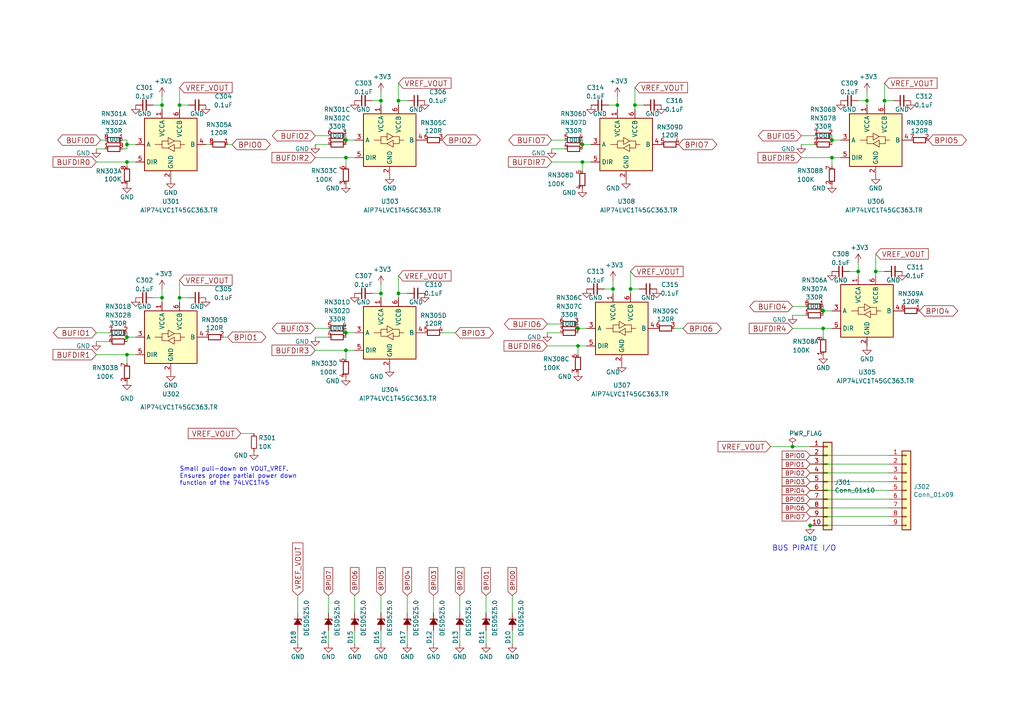
<source format=kicad_sch>
(kicad_sch (version 20231120) (generator "eeschema") (generator_version "8.0")
  (paper "A4")
  (junction (at 167.64 100.33))
  (junction (at 254 78.74))
  (junction (at 100.33 40.64))
  (junction (at 52.07 30.48))
  (junction (at 115.57 29.21))
  (junction (at 36.83 41.91))
  (junction (at 52.07 86.36))
  (junction (at 115.57 85.09))
  (junction (at 248.92 78.74))
  (junction (at 46.99 30.48))
  (junction (at 36.83 46.99))
  (junction (at 100.33 96.52))
  (junction (at 168.91 41.91))
  (junction (at 241.3 40.64))
  (junction (at 234.95 152.4))
  (junction (at 36.83 102.87))
  (junction (at 238.76 95.25))
  (junction (at 179.07 30.48))
  (junction (at 182.88 83.82))
  (junction (at 168.91 46.99))
  (junction (at 36.83 97.79))
  (junction (at 110.49 85.09))
  (junction (at 241.3 45.72))
  (junction (at 167.64 95.25))
  (junction (at 110.49 29.21))
  (junction (at 184.15 30.48))
  (junction (at 229.87 129.54))
  (junction (at 238.76 90.17))
  (junction (at 256.54 29.21))
  (junction (at 100.33 101.6))
  (junction (at 46.99 86.36))
  (junction (at 177.8 83.82))
  (junction (at 251.46 29.21))
  (junction (at 100.33 45.72))
  (wire (pts (xy 236.22 41.91) (xy 232.41 41.91)))
  (wire (pts (xy 110.49 30.48) (xy 110.49 29.21)))
  (wire (pts (xy 148.59 172.72) (xy 148.59 177.8)))
  (wire (pts (xy 259.08 29.21) (xy 256.54 29.21)))
  (wire (pts (xy 234.95 149.86) (xy 257.81 149.86)))
  (wire (pts (xy 39.37 97.79) (xy 36.83 97.79)))
  (wire (pts (xy 52.07 81.28) (xy 52.07 86.36)))
  (wire (pts (xy 257.81 132.08) (xy 234.95 132.08)))
  (wire (pts (xy 36.83 102.87) (xy 27.94 102.87)))
  (wire (pts (xy 241.3 45.72) (xy 241.3 48.26)))
  (wire (pts (xy 176.53 30.48) (xy 179.07 30.48)))
  (wire (pts (xy 36.83 99.06) (xy 36.83 97.79)))
  (wire (pts (xy 170.18 100.33) (xy 167.64 100.33)))
  (wire (pts (xy 66.04 41.91) (xy 67.31 41.91)))
  (wire (pts (xy 238.76 90.17) (xy 238.76 88.9)))
  (wire (pts (xy 125.73 182.88) (xy 125.73 186.69)))
  (wire (pts (xy 163.83 40.64) (xy 160.02 40.64)))
  (wire (pts (xy 162.56 96.52) (xy 158.75 96.52)))
  (wire (pts (xy 100.33 45.72) (xy 100.33 48.26)))
  (wire (pts (xy 100.33 45.72) (xy 91.44 45.72)))
  (wire (pts (xy 241.3 95.25) (xy 238.76 95.25)))
  (wire (pts (xy 234.95 144.78) (xy 257.81 144.78)))
  (wire (pts (xy 52.07 31.75) (xy 52.07 30.48)))
  (wire (pts (xy 246.38 78.74) (xy 248.92 78.74)))
  (wire (pts (xy 168.91 46.99) (xy 168.91 49.53)))
  (wire (pts (xy 110.49 29.21) (xy 110.49 26.67)))
  (wire (pts (xy 167.64 100.33) (xy 167.64 102.87)))
  (wire (pts (xy 54.61 30.48) (xy 52.07 30.48)))
  (wire (pts (xy 177.8 83.82) (xy 177.8 81.28)))
  (wire (pts (xy 46.99 31.75) (xy 46.99 30.48)))
  (wire (pts (xy 95.25 95.25) (xy 91.44 95.25)))
  (wire (pts (xy 36.83 97.79) (xy 36.83 96.52)))
  (wire (pts (xy 241.3 41.91) (xy 241.3 40.64)))
  (wire (pts (xy 168.91 46.99) (xy 160.02 46.99)))
  (wire (pts (xy 236.22 39.37) (xy 232.41 39.37)))
  (wire (pts (xy 118.11 85.09) (xy 115.57 85.09)))
  (wire (pts (xy 238.76 91.44) (xy 238.76 90.17)))
  (wire (pts (xy 171.45 46.99) (xy 168.91 46.99)))
  (wire (pts (xy 170.18 95.25) (xy 167.64 95.25)))
  (wire (pts (xy 36.83 48.26) (xy 36.83 46.99)))
  (wire (pts (xy 115.57 86.36) (xy 115.57 85.09)))
  (wire (pts (xy 175.26 83.82) (xy 177.8 83.82)))
  (wire (pts (xy 233.68 88.9) (xy 229.87 88.9)))
  (wire (pts (xy 148.59 182.88) (xy 148.59 186.69)))
  (wire (pts (xy 54.61 86.36) (xy 52.07 86.36)))
  (wire (pts (xy 128.27 96.52) (xy 132.08 96.52)))
  (wire (pts (xy 115.57 30.48) (xy 115.57 29.21)))
  (wire (pts (xy 248.92 78.74) (xy 248.92 76.2)))
  (wire (pts (xy 115.57 80.01) (xy 115.57 85.09)))
  (wire (pts (xy 179.07 30.48) (xy 179.07 27.94)))
  (wire (pts (xy 44.45 30.48) (xy 46.99 30.48)))
  (wire (pts (xy 162.56 93.98) (xy 158.75 93.98)))
  (wire (pts (xy 36.83 43.18) (xy 35.56 43.18)))
  (wire (pts (xy 243.84 40.64) (xy 241.3 40.64)))
  (wire (pts (xy 100.33 101.6) (xy 91.44 101.6)))
  (wire (pts (xy 31.75 96.52) (xy 27.94 96.52)))
  (wire (pts (xy 243.84 45.72) (xy 241.3 45.72)))
  (wire (pts (xy 69.85 125.73) (xy 73.66 125.73)))
  (wire (pts (xy 102.87 40.64) (xy 100.33 40.64)))
  (wire (pts (xy 46.99 87.63) (xy 46.99 86.36)))
  (wire (pts (xy 39.37 102.87) (xy 36.83 102.87)))
  (wire (pts (xy 60.96 41.91) (xy 59.69 41.91)))
  (wire (pts (xy 86.36 172.72) (xy 86.36 177.8)))
  (wire (pts (xy 125.73 172.72) (xy 125.73 177.8)))
  (wire (pts (xy 177.8 85.09) (xy 177.8 83.82)))
  (wire (pts (xy 118.11 29.21) (xy 115.57 29.21)))
  (wire (pts (xy 140.97 182.88) (xy 140.97 186.69)))
  (wire (pts (xy 95.25 39.37) (xy 91.44 39.37)))
  (wire (pts (xy 110.49 86.36) (xy 110.49 85.09)))
  (wire (pts (xy 66.04 97.79) (xy 64.77 97.79)))
  (wire (pts (xy 171.45 41.91) (xy 168.91 41.91)))
  (wire (pts (xy 179.07 31.75) (xy 179.07 30.48)))
  (wire (pts (xy 118.11 182.88) (xy 118.11 186.69)))
  (wire (pts (xy 115.57 24.13) (xy 115.57 29.21)))
  (wire (pts (xy 223.52 129.54) (xy 229.87 129.54)))
  (wire (pts (xy 233.68 91.44) (xy 229.87 91.44)))
  (wire (pts (xy 102.87 182.88) (xy 102.87 186.69)))
  (wire (pts (xy 27.94 46.99) (xy 36.83 46.99)))
  (wire (pts (xy 30.48 40.64) (xy 29.21 40.64)))
  (wire (pts (xy 95.25 97.79) (xy 91.44 97.79)))
  (wire (pts (xy 234.95 152.4) (xy 257.81 152.4)))
  (wire (pts (xy 168.91 41.91) (xy 168.91 40.64)))
  (wire (pts (xy 95.25 172.72) (xy 95.25 177.8)))
  (wire (pts (xy 140.97 172.72) (xy 140.97 177.8)))
  (wire (pts (xy 241.3 45.72) (xy 232.41 45.72)))
  (wire (pts (xy 251.46 30.48) (xy 251.46 29.21)))
  (wire (pts (xy 107.95 85.09) (xy 110.49 85.09)))
  (wire (pts (xy 118.11 172.72) (xy 118.11 177.8)))
  (wire (pts (xy 100.33 41.91) (xy 100.33 40.64)))
  (wire (pts (xy 36.83 40.64) (xy 35.56 40.64)))
  (wire (pts (xy 102.87 45.72) (xy 100.33 45.72)))
  (wire (pts (xy 163.83 43.18) (xy 160.02 43.18)))
  (wire (pts (xy 198.12 95.25) (xy 195.58 95.25)))
  (wire (pts (xy 234.95 139.7) (xy 257.81 139.7)))
  (wire (pts (xy 27.94 43.18) (xy 30.48 43.18)))
  (wire (pts (xy 100.33 40.64) (xy 100.33 39.37)))
  (wire (pts (xy 241.3 90.17) (xy 238.76 90.17)))
  (wire (pts (xy 256.54 78.74) (xy 254 78.74)))
  (wire (pts (xy 251.46 29.21) (xy 251.46 26.67)))
  (wire (pts (xy 234.95 137.16) (xy 257.81 137.16)))
  (wire (pts (xy 110.49 182.88) (xy 110.49 186.69)))
  (wire (pts (xy 100.33 96.52) (xy 100.33 95.25)))
  (wire (pts (xy 133.35 172.72) (xy 133.35 177.8)))
  (wire (pts (xy 31.75 99.06) (xy 27.94 99.06)))
  (wire (pts (xy 167.64 96.52) (xy 167.64 95.25)))
  (wire (pts (xy 168.91 43.18) (xy 168.91 41.91)))
  (wire (pts (xy 52.07 87.63) (xy 52.07 86.36)))
  (wire (pts (xy 256.54 24.13) (xy 256.54 29.21)))
  (wire (pts (xy 182.88 78.74) (xy 182.88 83.82)))
  (wire (pts (xy 185.42 83.82) (xy 182.88 83.82)))
  (wire (pts (xy 52.07 25.4) (xy 52.07 30.48)))
  (wire (pts (xy 167.64 100.33) (xy 158.75 100.33)))
  (wire (pts (xy 46.99 86.36) (xy 46.99 83.82)))
  (wire (pts (xy 36.83 102.87) (xy 36.83 105.41)))
  (wire (pts (xy 248.92 80.01) (xy 248.92 78.74)))
  (wire (pts (xy 238.76 95.25) (xy 229.87 95.25)))
  (wire (pts (xy 36.83 43.18) (xy 36.83 41.91)))
  (wire (pts (xy 238.76 95.25) (xy 238.76 97.79)))
  (wire (pts (xy 46.99 30.48) (xy 46.99 27.94)))
  (wire (pts (xy 100.33 101.6) (xy 100.33 104.14)))
  (wire (pts (xy 254 73.66) (xy 254 78.74)))
  (wire (pts (xy 95.25 41.91) (xy 91.44 41.91)))
  (wire (pts (xy 102.87 172.72) (xy 102.87 177.8)))
  (wire (pts (xy 102.87 96.52) (xy 100.33 96.52)))
  (wire (pts (xy 241.3 40.64) (xy 241.3 39.37)))
  (wire (pts (xy 36.83 41.91) (xy 36.83 40.64)))
  (wire (pts (xy 229.87 129.54) (xy 234.95 129.54)))
  (wire (pts (xy 44.45 86.36) (xy 46.99 86.36)))
  (wire (pts (xy 100.33 97.79) (xy 100.33 96.52)))
  (wire (pts (xy 133.35 182.88) (xy 133.35 186.69)))
  (wire (pts (xy 167.64 95.25) (xy 167.64 93.98)))
  (wire (pts (xy 234.95 142.24) (xy 257.81 142.24)))
  (wire (pts (xy 95.25 182.88) (xy 95.25 186.69)))
  (wire (pts (xy 186.69 30.48) (xy 184.15 30.48)))
  (wire (pts (xy 184.15 25.4) (xy 184.15 30.48)))
  (wire (pts (xy 234.95 147.32) (xy 257.81 147.32)))
  (wire (pts (xy 234.95 134.62) (xy 257.81 134.62)))
  (wire (pts (xy 107.95 29.21) (xy 110.49 29.21)))
  (wire (pts (xy 248.92 29.21) (xy 251.46 29.21)))
  (wire (pts (xy 184.15 31.75) (xy 184.15 30.48)))
  (wire (pts (xy 102.87 101.6) (xy 100.33 101.6)))
  (wire (pts (xy 256.54 30.48) (xy 256.54 29.21)))
  (wire (pts (xy 36.83 46.99) (xy 39.37 46.99)))
  (wire (pts (xy 182.88 85.09) (xy 182.88 83.82)))
  (wire (pts (xy 39.37 41.91) (xy 36.83 41.91)))
  (wire (pts (xy 110.49 172.72) (xy 110.49 177.8)))
  (wire (pts (xy 86.36 182.88) (xy 86.36 186.69)))
  (wire (pts (xy 254 80.01) (xy 254 78.74)))
  (wire (pts (xy 110.49 85.09) (xy 110.49 82.55)))
  (text "Small pull-down on VOUT_VREF.\nEnsures proper partial power down \nfunction of the 74LVC1T45" (at 52.07 140.97 0) (effects (font (size 1.27 1.27)) (justify left bottom)))
  (text "BUS PIRATE I/O" (at 242.57 160.02 0) (effects (font (size 1.524 1.524)) (justify right bottom)))
  (global_label "BPIO2" (shape input) (at 133.35 172.72 90) (property "Intersheetrefs" "${INTERSHEET_REFS}" (effects (hide yes))))
  (global_label "BPIO1" (shape input) (at 140.97 172.72 90) (property "Intersheetrefs" "${INTERSHEET_REFS}" (effects (hide yes))))
  (global_label "BPIO2" (shape bidirectional) (at 128.27 40.64 0) (effects (font (size 1.524 1.524))) (property "Intersheetrefs" "${INTERSHEET_REFS}" (effects (hide yes))))
  (global_label "BPIO0" (shape bidirectional) (at 67.31 41.91 0) (effects (font (size 1.524 1.524))) (property "Intersheetrefs" "${INTERSHEET_REFS}" (effects (hide yes))))
  (global_label "BPIO7" (shape bidirectional) (at 196.85 41.91 0) (effects (font (size 1.524 1.524))) (property "Intersheetrefs" "${INTERSHEET_REFS}" (effects (hide yes))))
  (global_label "BUFDIR0" (shape input) (at 27.94 46.99 180) (effects (font (size 1.524 1.524))) (property "Intersheetrefs" "${INTERSHEET_REFS}" (effects (hide yes))))
  (global_label "BUFIO5" (shape bidirectional) (at 232.41 39.37 180) (effects (font (size 1.524 1.524))) (property "Intersheetrefs" "${INTERSHEET_REFS}" (effects (hide yes))))
  (global_label "BUFIO3" (shape bidirectional) (at 91.44 95.25 180) (effects (font (size 1.524 1.524))) (property "Intersheetrefs" "${INTERSHEET_REFS}" (effects (hide yes))))
  (global_label "VREF_VOUT" (shape input) (at 223.52 129.54 180) (effects (font (size 1.524 1.524))) (property "Intersheetrefs" "${INTERSHEET_REFS}" (effects (hide yes))))
  (global_label "BUFDIR4" (shape input) (at 229.87 95.25 180) (effects (font (size 1.524 1.524))) (property "Intersheetrefs" "${INTERSHEET_REFS}" (effects (hide yes))))
  (global_label "BUFIO0" (shape bidirectional) (at 29.21 40.64 180) (effects (font (size 1.524 1.524))) (property "Intersheetrefs" "${INTERSHEET_REFS}" (effects (hide yes))))
  (global_label "VREF_VOUT" (shape input) (at 115.57 80.01 0) (effects (font (size 1.524 1.524))) (property "Intersheetrefs" "${INTERSHEET_REFS}" (effects (hide yes))))
  (global_label "BUFIO2" (shape bidirectional) (at 91.44 39.37 180) (effects (font (size 1.524 1.524))) (property "Intersheetrefs" "${INTERSHEET_REFS}" (effects (hide yes))))
  (global_label "BUFDIR3" (shape input) (at 91.44 101.6 180) (effects (font (size 1.524 1.524))) (property "Intersheetrefs" "${INTERSHEET_REFS}" (effects (hide yes))))
  (global_label "BUFIO4" (shape bidirectional) (at 229.87 88.9 180) (effects (font (size 1.524 1.524))) (property "Intersheetrefs" "${INTERSHEET_REFS}" (effects (hide yes))))
  (global_label "BPIO5" (shape bidirectional) (at 269.24 40.64 0) (effects (font (size 1.524 1.524))) (property "Intersheetrefs" "${INTERSHEET_REFS}" (effects (hide yes))))
  (global_label "BUFDIR2" (shape input) (at 91.44 45.72 180) (effects (font (size 1.524 1.524))) (property "Intersheetrefs" "${INTERSHEET_REFS}" (effects (hide yes))))
  (global_label "BPIO1" (shape bidirectional) (at 66.04 97.79 0) (effects (font (size 1.524 1.524))) (property "Intersheetrefs" "${INTERSHEET_REFS}" (effects (hide yes))))
  (global_label "BPIO6" (shape input) (at 102.87 172.72 90) (property "Intersheetrefs" "${INTERSHEET_REFS}" (effects (hide yes))))
  (global_label "BPIO1" (shape input) (at 234.95 134.62 180) (property "Intersheetrefs" "${INTERSHEET_REFS}" (effects (hide yes))))
  (global_label "BPIO4" (shape input) (at 118.11 172.72 90) (property "Intersheetrefs" "${INTERSHEET_REFS}" (effects (hide yes))))
  (global_label "BPIO3" (shape input) (at 125.73 172.72 90) (property "Intersheetrefs" "${INTERSHEET_REFS}" (effects (hide yes))))
  (global_label "VREF_VOUT" (shape input) (at 52.07 25.4 0) (effects (font (size 1.524 1.524))) (property "Intersheetrefs" "${INTERSHEET_REFS}" (effects (hide yes))))
  (global_label "BPIO5" (shape input) (at 110.49 172.72 90) (property "Intersheetrefs" "${INTERSHEET_REFS}" (effects (hide yes))))
  (global_label "VREF_VOUT" (shape input) (at 86.36 172.72 90) (effects (font (size 1.524 1.524))) (property "Intersheetrefs" "${INTERSHEET_REFS}" (effects (hide yes))))
  (global_label "VREF_VOUT" (shape input) (at 115.57 24.13 0) (effects (font (size 1.524 1.524))) (property "Intersheetrefs" "${INTERSHEET_REFS}" (effects (hide yes))))
  (global_label "BPIO4" (shape input) (at 234.95 142.24 180) (property "Intersheetrefs" "${INTERSHEET_REFS}" (effects (hide yes))))
  (global_label "BPIO4" (shape bidirectional) (at 266.7 90.17 0) (effects (font (size 1.524 1.524))) (property "Intersheetrefs" "${INTERSHEET_REFS}" (effects (hide yes))))
  (global_label "VREF_VOUT" (shape input) (at 69.85 125.73 180) (effects (font (size 1.524 1.524))) (property "Intersheetrefs" "${INTERSHEET_REFS}" (effects (hide yes))))
  (global_label "BPIO7" (shape input) (at 95.25 172.72 90) (property "Intersheetrefs" "${INTERSHEET_REFS}" (effects (hide yes))))
  (global_label "BPIO6" (shape input) (at 234.95 147.32 180) (property "Intersheetrefs" "${INTERSHEET_REFS}" (effects (hide yes))))
  (global_label "VREF_VOUT" (shape input) (at 184.15 25.4 0) (effects (font (size 1.524 1.524))) (property "Intersheetrefs" "${INTERSHEET_REFS}" (effects (hide yes))))
  (global_label "VREF_VOUT" (shape input) (at 182.88 78.74 0) (effects (font (size 1.524 1.524))) (property "Intersheetrefs" "${INTERSHEET_REFS}" (effects (hide yes))))
  (global_label "BPIO6" (shape bidirectional) (at 198.12 95.25 0) (effects (font (size 1.524 1.524))) (property "Intersheetrefs" "${INTERSHEET_REFS}" (effects (hide yes))))
  (global_label "BPIO3" (shape bidirectional) (at 132.08 96.52 0) (effects (font (size 1.524 1.524))) (property "Intersheetrefs" "${INTERSHEET_REFS}" (effects (hide yes))))
  (global_label "BUFIO1" (shape bidirectional) (at 27.94 96.52 180) (effects (font (size 1.524 1.524))) (property "Intersheetrefs" "${INTERSHEET_REFS}" (effects (hide yes))))
  (global_label "BUFDIR5" (shape input) (at 232.41 45.72 180) (effects (font (size 1.524 1.524))) (property "Intersheetrefs" "${INTERSHEET_REFS}" (effects (hide yes))))
  (global_label "VREF_VOUT" (shape input) (at 256.54 24.13 0) (effects (font (size 1.524 1.524))) (property "Intersheetrefs" "${INTERSHEET_REFS}" (effects (hide yes))))
  (global_label "BUFIO7" (shape bidirectional) (at 160.02 40.64 180) (effects (font (size 1.524 1.524))) (property "Intersheetrefs" "${INTERSHEET_REFS}" (effects (hide yes))))
  (global_label "VREF_VOUT" (shape input) (at 52.07 81.28 0) (effects (font (size 1.524 1.524))) (property "Intersheetrefs" "${INTERSHEET_REFS}" (effects (hide yes))))
  (global_label "BPIO3" (shape input) (at 234.95 139.7 180) (property "Intersheetrefs" "${INTERSHEET_REFS}" (effects (hide yes))))
  (global_label "BUFDIR1" (shape input) (at 27.94 102.87 180) (effects (font (size 1.524 1.524))) (property "Intersheetrefs" "${INTERSHEET_REFS}" (effects (hide yes))))
  (global_label "BUFDIR6" (shape input) (at 158.75 100.33 180) (effects (font (size 1.524 1.524))) (property "Intersheetrefs" "${INTERSHEET_REFS}" (effects (hide yes))))
  (global_label "VREF_VOUT" (shape input) (at 254 73.66 0) (effects (font (size 1.524 1.524))) (property "Intersheetrefs" "${INTERSHEET_REFS}" (effects (hide yes))))
  (global_label "BPIO7" (shape input) (at 234.95 149.86 180) (property "Intersheetrefs" "${INTERSHEET_REFS}" (effects (hide yes))))
  (global_label "BUFIO6" (shape bidirectional) (at 158.75 93.98 180) (effects (font (size 1.524 1.524))) (property "Intersheetrefs" "${INTERSHEET_REFS}" (effects (hide yes))))
  (global_label "BPIO0" (shape input) (at 234.95 132.08 180) (property "Intersheetrefs" "${INTERSHEET_REFS}" (effects (hide yes))))
  (global_label "BPIO2" (shape input) (at 234.95 137.16 180) (property "Intersheetrefs" "${INTERSHEET_REFS}" (effects (hide yes))))
  (global_label "BPIO5" (shape input) (at 234.95 144.78 180) (property "Intersheetrefs" "${INTERSHEET_REFS}" (effects (hide yes))))
  (global_label "BUFDIR7" (shape input) (at 160.02 46.99 180) (effects (font (size 1.524 1.524))) (property "Intersheetrefs" "${INTERSHEET_REFS}" (effects (hide yes))))
  (global_label "BPIO0" (shape input) (at 148.59 172.72 90) (property "Intersheetrefs" "${INTERSHEET_REFS}" (effects (hide yes))))
  (symbol (lib_id "power:+3V3") (at 46.99 27.94 0) (unit 1)
    (property "Reference" "#PWR0310" (effects (hide yes)))
    (property "Value" "+3V3" (at 47.371 23.5458 0))
  )
  (symbol (lib_id "Device:C_Small") (at 57.15 30.48 90) (unit 1)
    (property "Reference" "C304" (at 64.77 27.94 90))
    (property "Value" "0.1uF" (at 64.77 30.48 90))
    (property "Footprint" "Capacitor_SMD:C_0402_1005Metric" (effects (hide yes)))
    (property "RMB" "0.00628" (effects (hide yes)))
    (property "Supplier" "https://item.szlcsc.com/1877.html" (effects (hide yes)))
  )
  (symbol (lib_id "power:GND") (at 39.37 30.48 0) (unit 1)
    (property "Reference" "#PWR0307" (effects (hide yes)))
    (property "Value" "GND" (at 41.91 33.02 0))
  )
  (symbol (lib_id "power:GND") (at 59.69 30.48 0) (unit 1)
    (property "Reference" "#PWR0316" (effects (hide yes)))
    (property "Value" "GND" (at 57.15 33.02 0))
  )
  (symbol (lib_id "power:GND") (at 49.53 52.07 0) (unit 1)
    (property "Reference" "#PWR0313" (effects (hide yes)))
    (property "Value" "GND" (at 49.53 55.88 0))
  )
  (symbol (lib_id "power:GND") (at 27.94 43.18 0) (unit 1)
    (property "Reference" "#PWR0301" (effects (hide yes)))
    (property "Value" "GND" (at 24.13 44.45 0))
  )
  (symbol (lib_id "power:GND") (at 36.83 53.34 0) (unit 1)
    (property "Reference" "#PWR0304" (effects (hide yes)))
    (property "Value" "GND" (at 36.83 57.15 0))
  )
  (symbol (lib_id "Device:C_Small") (at 41.91 86.36 90) (unit 1)
    (property "Reference" "C302" (at 41.91 81.28 90))
    (property "Value" "0.1uF" (at 41.91 83.82 90))
    (property "Footprint" "Capacitor_SMD:C_0402_1005Metric" (effects (hide yes)))
    (property "RMB" "0.00628" (effects (hide yes)))
    (property "Supplier" "https://item.szlcsc.com/1877.html" (effects (hide yes)))
  )
  (symbol (lib_id "Logic_LevelTranslator:SN74LVC1T45DCK") (at 49.53 97.79 0) (unit 1)
    (property "Reference" "U302" (at 46.99 114.3 0) (effects (justify left)))
    (property "Value" "AiP74LVC1T45GC363.TR" (at 40.64 118.11 0) (effects (justify left)))
    (property "Footprint" "Package_TO_SOT_SMD:SOT-363_SC-70-6" (effects (hide yes)))
    (property "Datasheet" "http://www.ti.com/lit/ds/symlink/sn74lvc1t45.pdf" (effects (hide yes)))
    (property "RMB" "1.33" (effects (hide yes)))
    (property "Supplier" "https://item.szlcsc.com/9911.html" (effects (hide yes)))
  )
  (symbol (lib_id "power:+3V3") (at 46.99 83.82 0) (unit 1)
    (property "Reference" "#PWR0311" (effects (hide yes)))
    (property "Value" "+3V3" (at 47.371 79.4258 0))
  )
  (symbol (lib_id "Device:C_Small") (at 57.15 86.36 90) (unit 1)
    (property "Reference" "C305" (at 64.77 83.82 90))
    (property "Value" "0.1uF" (at 64.77 86.36 90))
    (property "Footprint" "Capacitor_SMD:C_0402_1005Metric" (effects (hide yes)))
    (property "RMB" "0.00628" (effects (hide yes)))
    (property "Supplier" "https://item.szlcsc.com/1877.html" (effects (hide yes)))
  )
  (symbol (lib_id "power:GND") (at 39.37 86.36 0) (unit 1)
    (property "Reference" "#PWR0308" (effects (hide yes)))
    (property "Value" "GND" (at 41.91 88.9 0))
  )
  (symbol (lib_id "power:GND") (at 59.69 86.36 0) (unit 1)
    (property "Reference" "#PWR0318" (effects (hide yes)))
    (property "Value" "GND" (at 57.15 88.9 0))
  )
  (symbol (lib_id "power:GND") (at 49.53 107.95 0) (unit 1)
    (property "Reference" "#PWR0314" (effects (hide yes)))
    (property "Value" "GND" (at 49.53 111.76 0))
  )
  (symbol (lib_id "power:GND") (at 27.94 99.06 0) (unit 1)
    (property "Reference" "#PWR0302" (effects (hide yes)))
    (property "Value" "GND" (at 24.13 100.33 0))
  )
  (symbol (lib_id "power:GND") (at 36.83 110.49 0) (unit 1)
    (property "Reference" "#PWR0305" (effects (hide yes)))
    (property "Value" "GND" (at 36.83 115.57 0))
  )
  (symbol (lib_id "Device:C_Small") (at 105.41 29.21 90) (unit 1)
    (property "Reference" "C303" (at 105.41 24.13 90))
    (property "Value" "0.1uF" (at 105.41 26.67 90))
    (property "Footprint" "Capacitor_SMD:C_0402_1005Metric" (effects (hide yes)))
    (property "RMB" "0.00628" (effects (hide yes)))
    (property "Supplier" "https://item.szlcsc.com/1877.html" (effects (hide yes)))
  )
  (symbol (lib_id "Logic_LevelTranslator:SN74LVC1T45DCK") (at 113.03 40.64 0) (unit 1)
    (property "Reference" "U303" (at 110.49 58.42 0) (effects (justify left)))
    (property "Value" "AiP74LVC1T45GC363.TR" (at 105.41 60.96 0) (effects (justify left)))
    (property "Footprint" "Package_TO_SOT_SMD:SOT-363_SC-70-6" (effects (hide yes)))
    (property "Datasheet" "http://www.ti.com/lit/ds/symlink/sn74lvc1t45.pdf" (effects (hide yes)))
    (property "RMB" "1.33" (effects (hide yes)))
    (property "Supplier" "https://item.szlcsc.com/9911.html" (effects (hide yes)))
  )
  (symbol (lib_id "power:+3V3") (at 110.49 26.67 0) (unit 1)
    (property "Reference" "#PWR0312" (effects (hide yes)))
    (property "Value" "+3V3" (at 110.871 22.2758 0))
  )
  (symbol (lib_id "Device:C_Small") (at 120.65 29.21 90) (unit 1)
    (property "Reference" "C306" (at 127 26.67 90))
    (property "Value" "0.1uF" (at 127 29.21 90))
    (property "Footprint" "Capacitor_SMD:C_0402_1005Metric" (effects (hide yes)))
    (property "RMB" "0.00628" (effects (hide yes)))
    (property "Supplier" "https://item.szlcsc.com/1877.html" (effects (hide yes)))
  )
  (symbol (lib_id "power:GND") (at 102.87 29.21 0) (unit 1)
    (property "Reference" "#PWR0309" (effects (hide yes)))
    (property "Value" "GND" (at 105.41 31.75 0))
  )
  (symbol (lib_id "power:GND") (at 123.19 29.21 0) (unit 1)
    (property "Reference" "#PWR0320" (effects (hide yes)))
    (property "Value" "GND" (at 120.65 31.75 0))
  )
  (symbol (lib_id "power:GND") (at 113.03 50.8 0) (unit 1)
    (property "Reference" "#PWR0315" (effects (hide yes)))
    (property "Value" "GND" (at 113.03 54.61 0))
  )
  (symbol (lib_id "power:GND") (at 91.44 41.91 0) (unit 1)
    (property "Reference" "#PWR0303" (effects (hide yes)))
    (property "Value" "GND" (at 87.63 43.18 0))
  )
  (symbol (lib_id "power:GND") (at 100.33 53.34 0) (unit 1)
    (property "Reference" "#PWR0306" (effects (hide yes)))
    (property "Value" "GND" (at 96.52 54.61 0))
  )
  (symbol (lib_id "Device:C_Small") (at 105.41 85.09 90) (unit 1)
    (property "Reference" "C307" (at 105.41 80.01 90))
    (property "Value" "0.1uF" (at 105.41 82.55 90))
    (property "Footprint" "Capacitor_SMD:C_0402_1005Metric" (effects (hide yes)))
    (property "RMB" "0.00628" (effects (hide yes)))
    (property "Supplier" "https://item.szlcsc.com/1877.html" (effects (hide yes)))
  )
  (symbol (lib_id "Logic_LevelTranslator:SN74LVC1T45DCK") (at 113.03 96.52 0) (unit 1)
    (property "Reference" "U304" (at 110.49 113.03 0) (effects (justify left)))
    (property "Value" "AiP74LVC1T45GC363.TR" (at 104.14 115.57 0) (effects (justify left)))
    (property "Footprint" "Package_TO_SOT_SMD:SOT-363_SC-70-6" (effects (hide yes)))
    (property "Datasheet" "http://www.ti.com/lit/ds/symlink/sn74lvc1t45.pdf" (effects (hide yes)))
    (property "RMB" "1.33" (effects (hide yes)))
    (property "Supplier" "https://item.szlcsc.com/9911.html" (effects (hide yes)))
  )
  (symbol (lib_id "power:+3V3") (at 110.49 82.55 0) (unit 1)
    (property "Reference" "#PWR0331" (effects (hide yes)))
    (property "Value" "+3V3" (at 110.871 78.1558 0))
  )
  (symbol (lib_id "Device:C_Small") (at 120.65 85.09 90) (unit 1)
    (property "Reference" "C310" (at 125.73 82.55 90))
    (property "Value" "0.1uF" (at 125.73 85.09 90))
    (property "Footprint" "Capacitor_SMD:C_0402_1005Metric" (effects (hide yes)))
    (property "RMB" "0.00628" (effects (hide yes)))
    (property "Supplier" "https://item.szlcsc.com/1877.html" (effects (hide yes)))
  )
  (symbol (lib_id "power:GND") (at 102.87 85.09 0) (unit 1)
    (property "Reference" "#PWR0327" (effects (hide yes)))
    (property "Value" "GND" (at 105.41 87.63 0))
  )
  (symbol (lib_id "power:GND") (at 123.19 85.09 0) (unit 1)
    (property "Reference" "#PWR0337" (effects (hide yes)))
    (property "Value" "GND" (at 120.65 87.63 0))
  )
  (symbol (lib_id "power:GND") (at 113.03 106.68 0) (unit 1)
    (property "Reference" "#PWR0333" (effects (hide yes)))
    (property "Value" "GND" (at 109.22 109.22 0))
  )
  (symbol (lib_id "power:GND") (at 91.44 97.79 0) (unit 1)
    (property "Reference" "#PWR0322" (effects (hide yes)))
    (property "Value" "GND" (at 87.63 99.06 0))
  )
  (symbol (lib_id "power:GND") (at 100.33 109.22 0) (unit 1)
    (property "Reference" "#PWR0325" (effects (hide yes)))
    (property "Value" "GND" (at 96.52 110.49 0))
  )
  (symbol (lib_id "Device:C_Small") (at 243.84 78.74 90) (unit 1)
    (property "Reference" "C308" (at 243.84 73.66 90))
    (property "Value" "0.1uF" (at 243.84 76.2 90))
    (property "Footprint" "Capacitor_SMD:C_0402_1005Metric" (effects (hide yes)))
    (property "RMB" "0.00628" (effects (hide yes)))
    (property "Supplier" "https://item.szlcsc.com/1877.html" (effects (hide yes)))
  )
  (symbol (lib_id "Logic_LevelTranslator:SN74LVC1T45DCK") (at 251.46 90.17 0) (unit 1)
    (property "Reference" "U305" (at 248.92 107.95 0) (effects (justify left)))
    (property "Value" "AiP74LVC1T45GC363.TR" (at 242.57 110.49 0) (effects (justify left)))
    (property "Footprint" "Package_TO_SOT_SMD:SOT-363_SC-70-6" (effects (hide yes)))
    (property "Datasheet" "http://www.ti.com/lit/ds/symlink/sn74lvc1t45.pdf" (effects (hide yes)))
    (property "RMB" "1.33" (effects (hide yes)))
    (property "Supplier" "https://item.szlcsc.com/9911.html" (effects (hide yes)))
  )
  (symbol (lib_id "power:+3V3") (at 248.92 76.2 0) (unit 1)
    (property "Reference" "#PWR0332" (effects (hide yes)))
    (property "Value" "+3V3" (at 249.301 71.8058 0))
  )
  (symbol (lib_id "Device:C_Small") (at 259.08 78.74 90) (unit 1)
    (property "Reference" "C311" (at 265.43 77.47 90))
    (property "Value" "0.1uF" (at 265.43 80.01 90))
    (property "Footprint" "Capacitor_SMD:C_0402_1005Metric" (effects (hide yes)))
    (property "RMB" "0.00628" (effects (hide yes)))
    (property "Supplier" "https://item.szlcsc.com/1877.html" (effects (hide yes)))
  )
  (symbol (lib_id "power:GND") (at 241.3 78.74 0) (unit 1)
    (property "Reference" "#PWR0329" (effects (hide yes)))
    (property "Value" "GND" (at 243.84 81.28 0))
  )
  (symbol (lib_id "power:GND") (at 261.62 78.74 0) (unit 1)
    (property "Reference" "#PWR0339" (effects (hide yes)))
    (property "Value" "GND" (at 259.08 81.28 0))
  )
  (symbol (lib_id "power:GND") (at 251.46 100.33 0) (unit 1)
    (property "Reference" "#PWR0335" (effects (hide yes)))
    (property "Value" "GND" (at 251.46 104.14 0))
  )
  (symbol (lib_id "power:GND") (at 229.87 91.44 0) (unit 1)
    (property "Reference" "#PWR0323" (effects (hide yes)))
    (property "Value" "GND" (at 226.06 92.71 0))
  )
  (symbol (lib_id "power:GND") (at 238.76 102.87 0) (unit 1)
    (property "Reference" "#PWR0326" (effects (hide yes)))
    (property "Value" "GND" (at 238.76 106.68 0))
  )
  (symbol (lib_id "Device:C_Small") (at 246.38 29.21 90) (unit 1)
    (property "Reference" "C309" (at 246.38 24.13 90))
    (property "Value" "0.1uF" (at 246.38 26.67 90))
    (property "Footprint" "Capacitor_SMD:C_0402_1005Metric" (effects (hide yes)))
    (property "RMB" "0.00628" (effects (hide yes)))
    (property "Supplier" "https://item.szlcsc.com/1877.html" (effects (hide yes)))
  )
  (symbol (lib_id "Logic_LevelTranslator:SN74LVC1T45DCK") (at 254 40.64 0) (unit 1)
    (property "Reference" "U306" (at 251.46 58.42 0) (effects (justify left)))
    (property "Value" "AiP74LVC1T45GC363.TR" (at 245.11 60.96 0) (effects (justify left)))
    (property "Footprint" "Package_TO_SOT_SMD:SOT-363_SC-70-6" (effects (hide yes)))
    (property "Datasheet" "http://www.ti.com/lit/ds/symlink/sn74lvc1t45.pdf" (effects (hide yes)))
    (property "RMB" "1.33" (effects (hide yes)))
    (property "Supplier" "https://item.szlcsc.com/9911.html" (effects (hide yes)))
  )
  (symbol (lib_id "power:+3V3") (at 251.46 26.67 0) (unit 1)
    (property "Reference" "#PWR0334" (effects (hide yes)))
    (property "Value" "+3V3" (at 251.841 22.2758 0))
  )
  (symbol (lib_id "Device:C_Small") (at 261.62 29.21 90) (unit 1)
    (property "Reference" "C312" (at 267.97 27.94 90))
    (property "Value" "0.1uF" (at 267.97 30.48 90))
    (property "Footprint" "Capacitor_SMD:C_0402_1005Metric" (effects (hide yes)))
    (property "RMB" "0.00628" (effects (hide yes)))
    (property "Supplier" "https://item.szlcsc.com/1877.html" (effects (hide yes)))
  )
  (symbol (lib_id "power:GND") (at 243.84 29.21 0) (unit 1)
    (property "Reference" "#PWR0330" (effects (hide yes)))
    (property "Value" "GND" (at 246.38 31.75 0))
  )
  (symbol (lib_id "power:GND") (at 264.16 29.21 0) (unit 1)
    (property "Reference" "#PWR0341" (effects (hide yes)))
    (property "Value" "GND" (at 261.62 31.75 0))
  )
  (symbol (lib_id "power:GND") (at 254 50.8 0) (unit 1)
    (property "Reference" "#PWR0336" (effects (hide yes)))
    (property "Value" "GND" (at 254 54.61 0))
  )
  (symbol (lib_id "power:GND") (at 232.41 41.91 0) (unit 1)
    (property "Reference" "#PWR0324" (effects (hide yes)))
    (property "Value" "GND" (at 228.6 43.18 0))
  )
  (symbol (lib_id "power:GND") (at 241.3 53.34 0) (unit 1)
    (property "Reference" "#PWR0328" (effects (hide yes)))
    (property "Value" "GND" (at 237.49 54.61 0))
  )
  (symbol (lib_id "Device:C_Small") (at 172.72 83.82 90) (unit 1)
    (property "Reference" "C313" (at 172.72 78.74 90))
    (property "Value" "0.1uF" (at 172.72 81.28 90))
    (property "Footprint" "Capacitor_SMD:C_0402_1005Metric" (effects (hide yes)))
    (property "RMB" "0.00628" (effects (hide yes)))
    (property "Supplier" "https://item.szlcsc.com/1877.html" (effects (hide yes)))
  )
  (symbol (lib_id "Logic_LevelTranslator:SN74LVC1T45DCK") (at 180.34 95.25 0) (unit 1)
    (property "Reference" "U307" (at 177.8 111.76 0) (effects (justify left)))
    (property "Value" "AiP74LVC1T45GC363.TR" (at 171.45 114.3 0) (effects (justify left)))
    (property "Footprint" "Package_TO_SOT_SMD:SOT-363_SC-70-6" (effects (hide yes)))
    (property "Datasheet" "http://www.ti.com/lit/ds/symlink/sn74lvc1t45.pdf" (effects (hide yes)))
    (property "RMB" "1.33" (effects (hide yes)))
    (property "Supplier" "https://item.szlcsc.com/9911.html" (effects (hide yes)))
  )
  (symbol (lib_id "power:+3V3") (at 177.8 81.28 0) (unit 1)
    (property "Reference" "#PWR0349" (effects (hide yes)))
    (property "Value" "+3V3" (at 178.181 76.8858 0))
  )
  (symbol (lib_id "Device:C_Small") (at 187.96 83.82 90) (unit 1)
    (property "Reference" "C315" (at 194.31 82.55 90))
    (property "Value" "0.1uF" (at 194.31 85.09 90))
    (property "Footprint" "Capacitor_SMD:C_0402_1005Metric" (effects (hide yes)))
    (property "RMB" "0.00628" (effects (hide yes)))
    (property "Supplier" "https://item.szlcsc.com/1877.html" (effects (hide yes)))
  )
  (symbol (lib_id "power:GND") (at 170.18 83.82 0) (unit 1)
    (property "Reference" "#PWR0347" (effects (hide yes)))
    (property "Value" "GND" (at 172.72 86.36 0))
  )
  (symbol (lib_id "power:GND") (at 190.5 83.82 0) (unit 1)
    (property "Reference" "#PWR0354" (effects (hide yes)))
    (property "Value" "GND" (at 187.96 86.36 0))
  )
  (symbol (lib_id "power:GND") (at 180.34 105.41 0) (unit 1)
    (property "Reference" "#PWR0351" (effects (hide yes)))
    (property "Value" "GND" (at 177.8 107.95 0))
  )
  (symbol (lib_id "power:GND") (at 158.75 96.52 0) (unit 1)
    (property "Reference" "#PWR0343" (effects (hide yes)))
    (property "Value" "GND" (at 154.94 97.79 0))
  )
  (symbol (lib_id "power:GND") (at 167.64 107.95 0) (unit 1)
    (property "Reference" "#PWR0345" (effects (hide yes)))
    (property "Value" "GND" (at 163.83 109.22 0))
  )
  (symbol (lib_id "Device:C_Small") (at 173.99 30.48 90) (unit 1)
    (property "Reference" "C314" (at 172.72 25.4 90))
    (property "Value" "0.1uF" (at 172.72 27.94 90))
    (property "Footprint" "Capacitor_SMD:C_0402_1005Metric" (effects (hide yes)))
    (property "RMB" "0.00628" (effects (hide yes)))
    (property "Supplier" "https://item.szlcsc.com/1877.html" (effects (hide yes)))
  )
  (symbol (lib_id "Logic_LevelTranslator:SN74LVC1T45DCK") (at 181.61 41.91 0) (unit 1)
    (property "Reference" "U308" (at 179.07 58.42 0) (effects (justify left)))
    (property "Value" "AiP74LVC1T45GC363.TR" (at 173.99 60.96 0) (effects (justify left)))
    (property "Footprint" "Package_TO_SOT_SMD:SOT-363_SC-70-6" (effects (hide yes)))
    (property "Datasheet" "http://www.ti.com/lit/ds/symlink/sn74lvc1t45.pdf" (effects (hide yes)))
    (property "RMB" "1.33" (effects (hide yes)))
    (property "Supplier" "https://item.szlcsc.com/9911.html" (effects (hide yes)))
  )
  (symbol (lib_id "power:+3V3") (at 179.07 27.94 0) (unit 1)
    (property "Reference" "#PWR0350" (effects (hide yes)))
    (property "Value" "+3V3" (at 179.451 23.5458 0))
  )
  (symbol (lib_id "Device:C_Small") (at 189.23 30.48 90) (unit 1)
    (property "Reference" "C316" (at 195.58 29.21 90))
    (property "Value" "0.1uF" (at 195.58 31.75 90))
    (property "Footprint" "Capacitor_SMD:C_0402_1005Metric" (effects (hide yes)))
    (property "RMB" "0.00628" (effects (hide yes)))
    (property "Supplier" "https://item.szlcsc.com/1877.html" (effects (hide yes)))
  )
  (symbol (lib_id "power:GND") (at 171.45 30.48 0) (unit 1)
    (property "Reference" "#PWR0348" (effects (hide yes)))
    (property "Value" "GND" (at 173.99 33.02 0))
  )
  (symbol (lib_id "power:GND") (at 191.77 30.48 0) (unit 1)
    (property "Reference" "#PWR0356" (effects (hide yes)))
    (property "Value" "GND" (at 189.23 33.02 0))
  )
  (symbol (lib_id "power:GND") (at 181.61 52.07 0) (unit 1)
    (property "Reference" "#PWR0352" (effects (hide yes)))
    (property "Value" "GND" (at 177.8 54.61 0))
  )
  (symbol (lib_id "power:GND") (at 160.02 43.18 0) (unit 1)
    (property "Reference" "#PWR0344" (effects (hide yes)))
    (property "Value" "GND" (at 156.21 44.45 0))
  )
  (symbol (lib_id "power:GND") (at 168.91 54.61 0) (unit 1)
    (property "Reference" "#PWR0346" (effects (hide yes)))
    (property "Value" "GND" (at 165.1 55.88 0))
  )
  (symbol (lib_id "Device:C_Small") (at 41.91 30.48 90) (unit 1)
    (property "Reference" "C301" (at 41.91 25.4 90))
    (property "Value" "0.1uF" (at 41.91 27.94 90))
    (property "Footprint" "Capacitor_SMD:C_0402_1005Metric" (effects (hide yes)))
    (property "RMB" "0.00628" (effects (hide yes)))
    (property "Supplier" "https://item.szlcsc.com/1877.html" (effects (hide yes)))
  )
  (symbol (lib_id "Logic_LevelTranslator:SN74LVC1T45DCK") (at 49.53 41.91 0) (unit 1)
    (property "Reference" "U301" (at 46.99 58.42 0) (effects (justify left)))
    (property "Value" "AiP74LVC1T45GC363.TR" (at 40.64 60.96 0) (effects (justify left)))
    (property "Footprint" "Package_TO_SOT_SMD:SOT-363_SC-70-6" (effects (hide yes)))
    (property "Datasheet" "http://www.ti.com/lit/ds/symlink/sn74lvc1t45.pdf" (effects (hide yes)))
    (property "RMB" "1.33" (effects (hide yes)))
    (property "Supplier" "https://item.szlcsc.com/9911.html" (effects (hide yes)))
  )
  (symbol (lib_id "Connector_Generic:Conn_01x10") (at 240.03 139.7 0) (unit 1)
    (property "Reference" "J301" (at 242.062 139.9032 0) (effects (justify left)))
    (property "Value" "Conn_01x10" (at 242.062 142.2146 0) (effects (justify left)))
    (property "Footprint" "Connector_PinHeader_2.54mm:PinHeader_1x10_P2.54mm_Vertical" (effects (hide yes)))
  )
  (symbol (lib_id "power:GND") (at 234.95 152.4 0) (unit 1)
    (property "Reference" "#PWR0353" (effects (hide yes)))
    (property "Value" "GND" (at 234.95 156.21 0))
  )
  (symbol (lib_id "power:PWR_FLAG") (at 229.87 129.54 0) (unit 1)
    (property "Reference" "#FLG0301" (effects (hide yes)))
    (property "Value" "PWR_FLAG" (at 233.68 125.73 0))
  )
  (symbol (lib_id "dp-rarray:R_Array") (at 33.02 40.64 270) (unit 1)
    (property "Reference" "RN301" (at 33.02 33.02 90))
    (property "Value" "330R" (at 33.02 37.9476 90))
    (property "Footprint" "Resistor_SMD:R_Array_Convex_4x0402" (effects (hide yes)))
    (property "Datasheet" "http://www.vishay.com/docs/31509/csc.pdf" (effects (hide yes)))
    (property "RMB" "0.033552" (effects (hide yes)))
    (property "Supplier" "https://item.szlcsc.com/26241.html" (effects (hide yes)))
  )
  (symbol (lib_id "dp-rarray:R_Array") (at 33.02 43.18 90) (mirror x) (unit 1)
    (property "Reference" "RN302" (at 33.02 35.56 90))
    (property "Value" "100K" (at 33.02 40.4876 90))
    (property "Footprint" "Resistor_SMD:R_Array_Convex_4x0402" (effects (hide yes)))
    (property "Datasheet" "http://www.vishay.com/docs/31509/csc.pdf" (effects (hide yes)))
    (property "RMB" "0.03666" (effects (hide yes)))
    (property "Supplier" "https://item.szlcsc.com/635571.html" (effects (hide yes)))
  )
  (symbol (lib_id "dp-rarray:R_Array") (at 36.83 50.8 0) (mirror x) (unit 1)
    (property "Reference" "RN303" (at 35.306 49.6316 0) (effects (justify right)))
    (property "Value" "100K" (at 35.306 51.943 0) (effects (justify right)))
    (property "Footprint" "Resistor_SMD:R_Array_Convex_4x0402" (effects (hide yes)))
    (property "Datasheet" "http://www.vishay.com/docs/31509/csc.pdf" (effects (hide yes)))
    (property "RMB" "0.020173" (effects (hide yes)))
    (property "Supplier" "https://item.szlcsc.com/728291.html" (effects (hide yes)))
  )
  (symbol (lib_id "dp-rarray:R_Array") (at 63.5 41.91 270) (mirror x) (unit 1)
    (property "Reference" "RN305" (at 63.5 36.195 90))
    (property "Value" "120R" (at 63.5 38.5064 90))
    (property "Footprint" "Resistor_SMD:R_Array_Convex_4x0402" (effects (hide yes)))
    (property "Datasheet" "http://www.vishay.com/docs/31509/csc.pdf" (effects (hide yes)))
    (property "RMB" "0.033552" (effects (hide yes)))
    (property "Supplier" "https://item.szlcsc.com/26241.html" (effects (hide yes)))
  )
  (symbol (lib_id "dp-rarray:R_Array") (at 34.29 96.52 270) (unit 2)
    (property "Reference" "RN301" (at 34.29 88.9 90))
    (property "Value" "330R" (at 34.29 93.8276 90))
    (property "Footprint" "Resistor_SMD:R_Array_Convex_4x0402" (effects (hide yes)))
    (property "Datasheet" "http://www.vishay.com/docs/31509/csc.pdf" (effects (hide yes)))
    (property "RMB" "0.033552" (effects (hide yes)))
    (property "Supplier" "https://item.szlcsc.com/26241.html" (effects (hide yes)))
  )
  (symbol (lib_id "dp-rarray:R_Array") (at 34.29 99.06 90) (unit 2)
    (property "Reference" "RN302" (at 34.29 91.44 90))
    (property "Value" "100K" (at 34.29 96.52 90))
    (property "Footprint" "Resistor_SMD:R_Array_Convex_4x0402" (effects (hide yes)))
    (property "Datasheet" "http://www.vishay.com/docs/31509/csc.pdf" (effects (hide yes)))
    (property "RMB" "0.03666" (effects (hide yes)))
    (property "Supplier" "https://item.szlcsc.com/635571.html" (effects (hide yes)))
  )
  (symbol (lib_id "dp-rarray:R_Array") (at 36.83 107.95 180) (unit 2)
    (property "Reference" "RN303" (at 26.67 106.68 0) (effects (justify right)))
    (property "Value" "100K" (at 27.94 109.22 0) (effects (justify right)))
    (property "Footprint" "Resistor_SMD:R_Array_Convex_4x0402" (effects (hide yes)))
    (property "Datasheet" "http://www.vishay.com/docs/31509/csc.pdf" (effects (hide yes)))
    (property "RMB" "0.020173" (effects (hide yes)))
    (property "Supplier" "https://item.szlcsc.com/728291.html" (effects (hide yes)))
  )
  (symbol (lib_id "dp-rarray:R_Array") (at 62.23 97.79 270) (unit 2)
    (property "Reference" "RN305" (at 62.23 92.7862 90))
    (property "Value" "120R" (at 62.23 95.0976 90))
    (property "Footprint" "Resistor_SMD:R_Array_Convex_4x0402" (effects (hide yes)))
    (property "Datasheet" "http://www.vishay.com/docs/31509/csc.pdf" (effects (hide yes)))
    (property "RMB" "0.033552" (effects (hide yes)))
    (property "Supplier" "https://item.szlcsc.com/26241.html" (effects (hide yes)))
  )
  (symbol (lib_id "dp-rarray:R_Array") (at 97.79 39.37 270) (unit 3)
    (property "Reference" "RN301" (at 97.79 31.75 90))
    (property "Value" "330R" (at 97.79 36.6776 90))
    (property "Footprint" "Resistor_SMD:R_Array_Convex_4x0402" (effects (hide yes)))
    (property "Datasheet" "http://www.vishay.com/docs/31509/csc.pdf" (effects (hide yes)))
    (property "RMB" "0.033552" (effects (hide yes)))
    (property "Supplier" "https://item.szlcsc.com/26241.html" (effects (hide yes)))
  )
  (symbol (lib_id "dp-rarray:R_Array") (at 97.79 41.91 90) (unit 3)
    (property "Reference" "RN302" (at 97.79 34.29 90))
    (property "Value" "100K" (at 97.79 39.37 90))
    (property "Footprint" "Resistor_SMD:R_Array_Convex_4x0402" (effects (hide yes)))
    (property "Datasheet" "http://www.vishay.com/docs/31509/csc.pdf" (effects (hide yes)))
    (property "RMB" "0.03666" (effects (hide yes)))
    (property "Supplier" "https://item.szlcsc.com/635571.html" (effects (hide yes)))
  )
  (symbol (lib_id "dp-rarray:R_Array") (at 100.33 50.8 180) (unit 3)
    (property "Reference" "RN303" (at 90.17 49.53 0) (effects (justify right)))
    (property "Value" "100K" (at 91.44 52.07 0) (effects (justify right)))
    (property "Footprint" "Resistor_SMD:R_Array_Convex_4x0402" (effects (hide yes)))
    (property "Datasheet" "http://www.vishay.com/docs/31509/csc.pdf" (effects (hide yes)))
    (property "RMB" "0.020173" (effects (hide yes)))
    (property "Supplier" "https://item.szlcsc.com/728291.html" (effects (hide yes)))
  )
  (symbol (lib_id "dp-rarray:R_Array") (at 125.73 40.64 270) (unit 3)
    (property "Reference" "RN305" (at 125.73 35.6362 90))
    (property "Value" "120R" (at 125.73 37.9476 90))
    (property "Footprint" "Resistor_SMD:R_Array_Convex_4x0402" (effects (hide yes)))
    (property "Datasheet" "http://www.vishay.com/docs/31509/csc.pdf" (effects (hide yes)))
    (property "RMB" "0.033552" (effects (hide yes)))
    (property "Supplier" "https://item.szlcsc.com/26241.html" (effects (hide yes)))
  )
  (symbol (lib_id "dp-rarray:R_Array") (at 97.79 95.25 270) (unit 4)
    (property "Reference" "RN301" (at 97.79 87.63 90))
    (property "Value" "330R" (at 97.79 92.5576 90))
    (property "Footprint" "Resistor_SMD:R_Array_Convex_4x0402" (effects (hide yes)))
    (property "Datasheet" "http://www.vishay.com/docs/31509/csc.pdf" (effects (hide yes)))
    (property "RMB" "0.033552" (effects (hide yes)))
    (property "Supplier" "https://item.szlcsc.com/26241.html" (effects (hide yes)))
  )
  (symbol (lib_id "dp-rarray:R_Array") (at 166.37 40.64 270) (unit 4)
    (property "Reference" "RN306" (at 166.37 33.02 90))
    (property "Value" "330R" (at 166.37 37.9476 90))
    (property "Footprint" "Resistor_SMD:R_Array_Convex_4x0402" (effects (hide yes)))
    (property "Datasheet" "http://www.vishay.com/docs/31509/csc.pdf" (effects (hide yes)))
    (property "RMB" "0.033552" (effects (hide yes)))
    (property "Supplier" "https://item.szlcsc.com/26241.html" (effects (hide yes)))
  )
  (symbol (lib_id "dp-rarray:R_Array") (at 97.79 97.79 90) (unit 4)
    (property "Reference" "RN302" (at 97.79 90.17 90))
    (property "Value" "100K" (at 97.79 95.25 90))
    (property "Footprint" "Resistor_SMD:R_Array_Convex_4x0402" (effects (hide yes)))
    (property "Datasheet" "http://www.vishay.com/docs/31509/csc.pdf" (effects (hide yes)))
    (property "RMB" "0.03666" (effects (hide yes)))
    (property "Supplier" "https://item.szlcsc.com/635571.html" (effects (hide yes)))
  )
  (symbol (lib_id "dp-rarray:R_Array") (at 100.33 106.68 180) (unit 4)
    (property "Reference" "RN303" (at 90.17 105.41 0) (effects (justify right)))
    (property "Value" "100K" (at 92.71 107.95 0) (effects (justify right)))
    (property "Footprint" "Resistor_SMD:R_Array_Convex_4x0402" (effects (hide yes)))
    (property "Datasheet" "http://www.vishay.com/docs/31509/csc.pdf" (effects (hide yes)))
    (property "RMB" "0.020173" (effects (hide yes)))
    (property "Supplier" "https://item.szlcsc.com/728291.html" (effects (hide yes)))
  )
  (symbol (lib_id "dp-rarray:R_Array") (at 125.73 96.52 270) (unit 4)
    (property "Reference" "RN305" (at 125.73 91.5162 90))
    (property "Value" "120R" (at 125.73 93.8276 90))
    (property "Footprint" "Resistor_SMD:R_Array_Convex_4x0402" (effects (hide yes)))
    (property "Datasheet" "http://www.vishay.com/docs/31509/csc.pdf" (effects (hide yes)))
    (property "RMB" "0.033552" (effects (hide yes)))
    (property "Supplier" "https://item.szlcsc.com/26241.html" (effects (hide yes)))
  )
  (symbol (lib_id "dp-rarray:R_Array") (at 194.31 41.91 270) (unit 4)
    (property "Reference" "RN309" (at 194.31 36.9062 90))
    (property "Value" "120R" (at 194.31 39.2176 90))
    (property "Footprint" "Resistor_SMD:R_Array_Convex_4x0402" (effects (hide yes)))
    (property "Datasheet" "http://www.vishay.com/docs/31509/csc.pdf" (effects (hide yes)))
    (property "RMB" "0.033552" (effects (hide yes)))
    (property "Supplier" "https://item.szlcsc.com/26241.html" (effects (hide yes)))
  )
  (symbol (lib_id "dp-rarray:R_Array") (at 238.76 100.33 180) (unit 1)
    (property "Reference" "RN308" (at 229.87 99.06 0) (effects (justify right)))
    (property "Value" "100K" (at 229.87 101.6 0) (effects (justify right)))
    (property "Footprint" "Resistor_SMD:R_Array_Convex_4x0402" (effects (hide yes)))
    (property "Datasheet" "http://www.vishay.com/docs/31509/csc.pdf" (effects (hide yes)))
    (property "RMB" "0.020173" (effects (hide yes)))
    (property "Supplier" "https://item.szlcsc.com/728291.html" (effects (hide yes)))
  )
  (symbol (lib_id "dp-rarray:R_Array") (at 166.37 43.18 90) (unit 4)
    (property "Reference" "RN307" (at 166.37 35.56 90))
    (property "Value" "100K" (at 166.37 40.64 90))
    (property "Footprint" "Resistor_SMD:R_Array_Convex_4x0402" (effects (hide yes)))
    (property "Datasheet" "http://www.vishay.com/docs/31509/csc.pdf" (effects (hide yes)))
    (property "RMB" "0.03666" (effects (hide yes)))
    (property "Supplier" "https://item.szlcsc.com/635571.html" (effects (hide yes)))
  )
  (symbol (lib_id "dp-rarray:R_Array") (at 236.22 88.9 270) (unit 1)
    (property "Reference" "RN306" (at 236.22 81.28 90))
    (property "Value" "330R" (at 236.22 86.2076 90))
    (property "Footprint" "Resistor_SMD:R_Array_Convex_4x0402" (effects (hide yes)))
    (property "Datasheet" "http://www.vishay.com/docs/31509/csc.pdf" (effects (hide yes)))
    (property "RMB" "0.033552" (effects (hide yes)))
    (property "Supplier" "https://item.szlcsc.com/26241.html" (effects (hide yes)))
  )
  (symbol (lib_id "dp-rarray:R_Array") (at 236.22 91.44 90) (unit 1)
    (property "Reference" "RN307" (at 236.22 83.82 90))
    (property "Value" "100K" (at 236.22 88.9 90))
    (property "Footprint" "Resistor_SMD:R_Array_Convex_4x0402" (effects (hide yes)))
    (property "Datasheet" "http://www.vishay.com/docs/31509/csc.pdf" (effects (hide yes)))
    (property "RMB" "0.03666" (effects (hide yes)))
    (property "Supplier" "https://item.szlcsc.com/635571.html" (effects (hide yes)))
  )
  (symbol (lib_id "dp-rarray:R_Array") (at 241.3 50.8 180) (unit 2)
    (property "Reference" "RN308" (at 231.14 49.53 0) (effects (justify right)))
    (property "Value" "100K" (at 231.14 52.07 0) (effects (justify right)))
    (property "Footprint" "Resistor_SMD:R_Array_Convex_4x0402" (effects (hide yes)))
    (property "Datasheet" "http://www.vishay.com/docs/31509/csc.pdf" (effects (hide yes)))
    (property "RMB" "0.020173" (effects (hide yes)))
    (property "Supplier" "https://item.szlcsc.com/728291.html" (effects (hide yes)))
  )
  (symbol (lib_id "dp-rarray:R_Array") (at 264.16 90.17 270) (unit 1)
    (property "Reference" "RN309" (at 264.16 85.1662 90))
    (property "Value" "120R" (at 264.16 87.4776 90))
    (property "Footprint" "Resistor_SMD:R_Array_Convex_4x0402" (effects (hide yes)))
    (property "Datasheet" "http://www.vishay.com/docs/31509/csc.pdf" (effects (hide yes)))
    (property "RMB" "0.033552" (effects (hide yes)))
    (property "Supplier" "https://item.szlcsc.com/26241.html" (effects (hide yes)))
  )
  (symbol (lib_id "dp-rarray:R_Array") (at 238.76 39.37 270) (unit 2)
    (property "Reference" "RN306" (at 238.76 31.75 90))
    (property "Value" "330R" (at 238.76 36.6776 90))
    (property "Footprint" "Resistor_SMD:R_Array_Convex_4x0402" (effects (hide yes)))
    (property "Datasheet" "http://www.vishay.com/docs/31509/csc.pdf" (effects (hide yes)))
    (property "RMB" "0.033552" (effects (hide yes)))
    (property "Supplier" "https://item.szlcsc.com/26241.html" (effects (hide yes)))
  )
  (symbol (lib_id "dp-rarray:R_Array") (at 238.76 41.91 90) (unit 2)
    (property "Reference" "RN307" (at 238.76 34.29 90))
    (property "Value" "100K" (at 238.76 39.37 90))
    (property "Footprint" "Resistor_SMD:R_Array_Convex_4x0402" (effects (hide yes)))
    (property "Datasheet" "http://www.vishay.com/docs/31509/csc.pdf" (effects (hide yes)))
    (property "RMB" "0.03666" (effects (hide yes)))
    (property "Supplier" "https://item.szlcsc.com/635571.html" (effects (hide yes)))
  )
  (symbol (lib_id "dp-rarray:R_Array") (at 167.64 105.41 180) (unit 3)
    (property "Reference" "RN308" (at 157.48 104.14 0) (effects (justify right)))
    (property "Value" "100K" (at 157.48 106.68 0) (effects (justify right)))
    (property "Footprint" "Resistor_SMD:R_Array_Convex_4x0402" (effects (hide yes)))
    (property "Datasheet" "http://www.vishay.com/docs/31509/csc.pdf" (effects (hide yes)))
    (property "RMB" "0.020173" (effects (hide yes)))
    (property "Supplier" "https://item.szlcsc.com/728291.html" (effects (hide yes)))
  )
  (symbol (lib_id "dp-rarray:R_Array") (at 266.7 40.64 270) (unit 2)
    (property "Reference" "RN309" (at 266.7 35.6362 90))
    (property "Value" "120R" (at 266.7 37.9476 90))
    (property "Footprint" "Resistor_SMD:R_Array_Convex_4x0402" (effects (hide yes)))
    (property "Datasheet" "http://www.vishay.com/docs/31509/csc.pdf" (effects (hide yes)))
    (property "RMB" "0.033552" (effects (hide yes)))
    (property "Supplier" "https://item.szlcsc.com/26241.html" (effects (hide yes)))
  )
  (symbol (lib_id "dp-rarray:R_Array") (at 165.1 93.98 270) (unit 3)
    (property "Reference" "RN306" (at 165.1 86.36 90))
    (property "Value" "330R" (at 165.1 91.2876 90))
    (property "Footprint" "Resistor_SMD:R_Array_Convex_4x0402" (effects (hide yes)))
    (property "Datasheet" "http://www.vishay.com/docs/31509/csc.pdf" (effects (hide yes)))
    (property "RMB" "0.033552" (effects (hide yes)))
    (property "Supplier" "https://item.szlcsc.com/26241.html" (effects (hide yes)))
  )
  (symbol (lib_id "dp-rarray:R_Array") (at 165.1 96.52 90) (unit 3)
    (property "Reference" "RN307" (at 165.1 88.9 90))
    (property "Value" "100K" (at 165.1 93.98 90))
    (property "Footprint" "Resistor_SMD:R_Array_Convex_4x0402" (effects (hide yes)))
    (property "Datasheet" "http://www.vishay.com/docs/31509/csc.pdf" (effects (hide yes)))
    (property "RMB" "0.03666" (effects (hide yes)))
    (property "Supplier" "https://item.szlcsc.com/635571.html" (effects (hide yes)))
  )
  (symbol (lib_id "dp-rarray:R_Array") (at 168.91 52.07 180) (unit 4)
    (property "Reference" "RN308" (at 158.75 50.8 0) (effects (justify right)))
    (property "Value" "100K" (at 158.75 53.34 0) (effects (justify right)))
    (property "Footprint" "Resistor_SMD:R_Array_Convex_4x0402" (effects (hide yes)))
    (property "Datasheet" "http://www.vishay.com/docs/31509/csc.pdf" (effects (hide yes)))
    (property "RMB" "0.020173" (effects (hide yes)))
    (property "Supplier" "https://item.szlcsc.com/728291.html" (effects (hide yes)))
  )
  (symbol (lib_id "dp-rarray:R_Array") (at 193.04 95.25 270) (unit 3)
    (property "Reference" "RN309" (at 193.04 90.2462 90))
    (property "Value" "120R" (at 193.04 92.5576 90))
    (property "Footprint" "Resistor_SMD:R_Array_Convex_4x0402" (effects (hide yes)))
    (property "Datasheet" "http://www.vishay.com/docs/31509/csc.pdf" (effects (hide yes)))
    (property "RMB" "0.033552" (effects (hide yes)))
    (property "Supplier" "https://item.szlcsc.com/26241.html" (effects (hide yes)))
  )
  (symbol (lib_id "Connector_Generic:Conn_01x09") (at 262.89 142.24 0) (unit 1)
    (property "Reference" "J302" (at 264.922 141.1732 0) (effects (justify left)))
    (property "Value" "Conn_01x09" (at 264.922 143.4846 0) (effects (justify left)))
    (property "Footprint" "Connector_JST:JST_SH_SM09B-SRSS-TB_1x09-1MP_P1.00mm_Horizontal" (effects (hide yes)))
  )
  (symbol (lib_id "Device:D_Zener_Small_Filled") (at 118.11 180.34 270) (unit 1)
    (property "Reference" "D17" (at 116.84 182.88 0) (effects (justify left)))
    (property "Value" "DESD5Z5.0" (at 120.65 173.99 0) (effects (justify left)))
    (property "Footprint" "Diode_SMD:D_SOD-523" (effects (hide yes)))
    (property "Description" "Zener diode, small symbol, filled shape" (effects (hide yes)))
  )
  (symbol (lib_id "power:GND") (at 86.36 186.69 0) (unit 1)
    (property "Reference" "#PWR097" (effects (hide yes)))
    (property "Value" "GND" (at 86.36 190.5 0))
  )
  (symbol (lib_id "Device:D_Zener_Small_Filled") (at 102.87 180.34 270) (unit 1)
    (property "Reference" "D15" (at 101.6 182.88 0) (effects (justify left)))
    (property "Value" "DESD5Z5.0" (at 105.41 173.99 0) (effects (justify left)))
    (property "Footprint" "Diode_SMD:D_SOD-523" (effects (hide yes)))
    (property "Description" "Zener diode, small symbol, filled shape" (effects (hide yes)))
  )
  (symbol (lib_id "power:GND") (at 110.49 186.69 0) (unit 1)
    (property "Reference" "#PWR095" (effects (hide yes)))
    (property "Value" "GND" (at 110.49 190.5 0))
  )
  (symbol (lib_id "power:GND") (at 140.97 186.69 0) (unit 1)
    (property "Reference" "#PWR090" (effects (hide yes)))
    (property "Value" "GND" (at 140.97 190.5 0))
  )
  (symbol (lib_id "power:GND") (at 95.25 186.69 0) (unit 1)
    (property "Reference" "#PWR093" (effects (hide yes)))
    (property "Value" "GND" (at 95.25 190.5 0))
  )
  (symbol (lib_id "power:GND") (at 148.59 186.69 0) (unit 1)
    (property "Reference" "#PWR015" (effects (hide yes)))
    (property "Value" "GND" (at 148.59 190.5 0))
  )
  (symbol (lib_id "Device:D_Zener_Small_Filled") (at 110.49 180.34 270) (unit 1)
    (property "Reference" "D16" (at 109.22 182.88 0) (effects (justify left)))
    (property "Value" "DESD5Z5.0" (at 113.03 173.99 0) (effects (justify left)))
    (property "Footprint" "Diode_SMD:D_SOD-523" (effects (hide yes)))
    (property "Description" "Zener diode, small symbol, filled shape" (effects (hide yes)))
  )
  (symbol (lib_id "Device:D_Zener_Small_Filled") (at 86.36 180.34 270) (unit 1)
    (property "Reference" "D18" (at 85.09 182.88 0) (effects (justify left)))
    (property "Value" "DESD5Z5.0" (at 88.9 173.99 0) (effects (justify left)))
    (property "Footprint" "Diode_SMD:D_SOD-523" (effects (hide yes)))
    (property "Description" "Zener diode, small symbol, filled shape" (effects (hide yes)))
  )
  (symbol (lib_id "power:GND") (at 73.66 130.81 0) (unit 1)
    (property "Reference" "#PWR016" (effects (hide yes)))
    (property "Value" "GND" (at 69.85 132.08 0))
  )
  (symbol (lib_id "Device:D_Zener_Small_Filled") (at 148.59 180.34 270) (unit 1)
    (property "Reference" "D10" (at 147.32 182.88 0) (effects (justify left)))
    (property "Value" "DESD5Z5.0" (at 151.13 173.99 0) (effects (justify left)))
    (property "Footprint" "Diode_SMD:D_SOD-523" (effects (hide yes)))
    (property "Description" "Zener diode, small symbol, filled shape" (effects (hide yes)))
  )
  (symbol (lib_id "Device:D_Zener_Small_Filled") (at 125.73 180.34 270) (unit 1)
    (property "Reference" "D12" (at 124.46 182.88 0) (effects (justify left)))
    (property "Value" "DESD5Z5.0" (at 128.27 173.99 0) (effects (justify left)))
    (property "Footprint" "Diode_SMD:D_SOD-523" (effects (hide yes)))
    (property "Description" "Zener diode, small symbol, filled shape" (effects (hide yes)))
  )
  (symbol (lib_id "power:GND") (at 125.73 186.69 0) (unit 1)
    (property "Reference" "#PWR091" (effects (hide yes)))
    (property "Value" "GND" (at 125.73 190.5 0))
  )
  (symbol (lib_id "Device:D_Zener_Small_Filled") (at 133.35 180.34 270) (unit 1)
    (property "Reference" "D13" (at 132.08 182.88 0) (effects (justify left)))
    (property "Value" "DESD5Z5.0" (at 135.89 173.99 0) (effects (justify left)))
    (property "Footprint" "Diode_SMD:D_SOD-523" (effects (hide yes)))
    (property "Description" "Zener diode, small symbol, filled shape" (effects (hide yes)))
  )
  (symbol (lib_id "power:GND") (at 118.11 186.69 0) (unit 1)
    (property "Reference" "#PWR096" (effects (hide yes)))
    (property "Value" "GND" (at 118.11 190.5 0))
  )
  (symbol (lib_id "Device:R_Small") (at 73.66 128.27 0) (unit 1)
    (property "Reference" "R301" (at 74.93 127 0) (effects (justify left)))
    (property "Value" "10K" (at 74.93 129.54 0) (effects (justify left)))
    (property "Footprint" "Resistor_SMD:R_0402_1005Metric" (effects (hide yes)))
    (property "RMB" "0.005749" (effects (hide yes)))
    (property "Supplier" "https://item.szlcsc.com/61543.html" (effects (hide yes)))
    (instances (project "REV0" (path "" (reference "R301") (unit 1)) (path "" (reference "R404") (unit 1))))
  )
  (symbol (lib_id "power:GND") (at 133.35 186.69 0) (unit 1)
    (property "Reference" "#PWR092" (effects (hide yes)))
    (property "Value" "GND" (at 133.35 190.5 0))
  )
  (symbol (lib_id "Device:D_Zener_Small_Filled") (at 140.97 180.34 270) (unit 1)
    (property "Reference" "D11" (at 139.7 182.88 0) (effects (justify left)))
    (property "Value" "DESD5Z5.0" (at 143.51 173.99 0) (effects (justify left)))
    (property "Footprint" "Diode_SMD:D_SOD-523" (effects (hide yes)))
    (property "Description" "Zener diode, small symbol, filled shape" (effects (hide yes)))
  )
  (symbol (lib_id "Device:D_Zener_Small_Filled") (at 95.25 180.34 270) (unit 1)
    (property "Reference" "D14" (at 93.98 182.88 0) (effects (justify left)))
    (property "Value" "DESD5Z5.0" (at 97.79 173.99 0) (effects (justify left)))
    (property "Footprint" "Diode_SMD:D_SOD-523" (effects (hide yes)))
    (property "Description" "Zener diode, small symbol, filled shape" (effects (hide yes)))
  )
  (symbol (lib_id "power:GND") (at 102.87 186.69 0) (unit 1)
    (property "Reference" "#PWR094" (effects (hide yes)))
    (property "Value" "GND" (at 102.87 190.5 0))
  )
)
</source>
